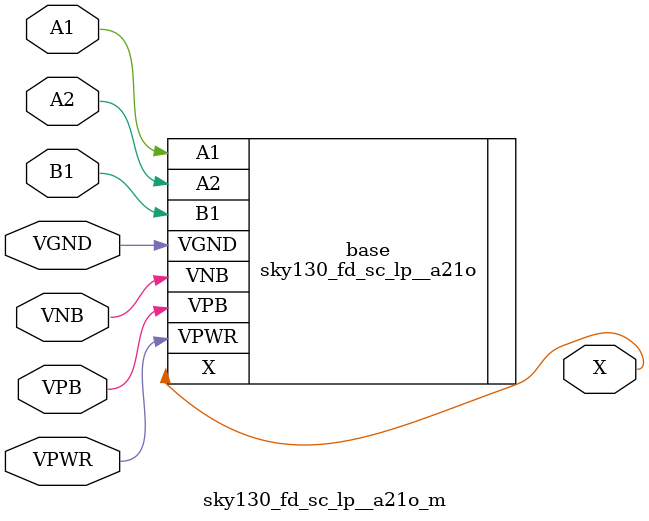
<source format=v>
module sky130_fd_sc_lp__a21o_m (
    X   ,
    A1  ,
    A2  ,
    B1  ,
    VPWR,
    VGND,
    VPB ,
    VNB
);
    output X   ;
    input  A1  ;
    input  A2  ;
    input  B1  ;
    input  VPWR;
    input  VGND;
    input  VPB ;
    input  VNB ;
    sky130_fd_sc_lp__a21o base (
        .X(X),
        .A1(A1),
        .A2(A2),
        .B1(B1),
        .VPWR(VPWR),
        .VGND(VGND),
        .VPB(VPB),
        .VNB(VNB)
    );
endmodule
</source>
